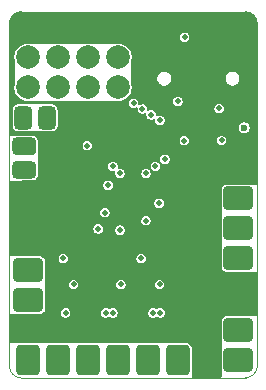
<source format=gbr>
%TF.GenerationSoftware,KiCad,Pcbnew,9.0.3-9.0.3-0~ubuntu24.04.1*%
%TF.CreationDate,2025-12-07T16:55:59+01:00*%
%TF.ProjectId,ant control board v2,616e7420-636f-46e7-9472-6f6c20626f61,2.1*%
%TF.SameCoordinates,Original*%
%TF.FileFunction,Copper,L2,Inr*%
%TF.FilePolarity,Positive*%
%FSLAX46Y46*%
G04 Gerber Fmt 4.6, Leading zero omitted, Abs format (unit mm)*
G04 Created by KiCad (PCBNEW 9.0.3-9.0.3-0~ubuntu24.04.1) date 2025-12-07 16:55:59*
%MOMM*%
%LPD*%
G01*
G04 APERTURE LIST*
G04 Aperture macros list*
%AMRoundRect*
0 Rectangle with rounded corners*
0 $1 Rounding radius*
0 $2 $3 $4 $5 $6 $7 $8 $9 X,Y pos of 4 corners*
0 Add a 4 corners polygon primitive as box body*
4,1,4,$2,$3,$4,$5,$6,$7,$8,$9,$2,$3,0*
0 Add four circle primitives for the rounded corners*
1,1,$1+$1,$2,$3*
1,1,$1+$1,$4,$5*
1,1,$1+$1,$6,$7*
1,1,$1+$1,$8,$9*
0 Add four rect primitives between the rounded corners*
20,1,$1+$1,$2,$3,$4,$5,0*
20,1,$1+$1,$4,$5,$6,$7,0*
20,1,$1+$1,$6,$7,$8,$9,0*
20,1,$1+$1,$8,$9,$2,$3,0*%
G04 Aperture macros list end*
%TA.AperFunction,ComponentPad*%
%ADD10C,0.500000*%
%TD*%
%TA.AperFunction,ComponentPad*%
%ADD11RoundRect,0.375000X0.375000X-0.625000X0.375000X0.625000X-0.375000X0.625000X-0.375000X-0.625000X0*%
%TD*%
%TA.AperFunction,ComponentPad*%
%ADD12RoundRect,0.300000X0.970000X-0.700000X0.970000X0.700000X-0.970000X0.700000X-0.970000X-0.700000X0*%
%TD*%
%TA.AperFunction,ComponentPad*%
%ADD13O,1.250000X2.500000*%
%TD*%
%TA.AperFunction,ComponentPad*%
%ADD14RoundRect,0.300000X-0.700000X-0.970000X0.700000X-0.970000X0.700000X0.970000X-0.700000X0.970000X0*%
%TD*%
%TA.AperFunction,ComponentPad*%
%ADD15C,2.000000*%
%TD*%
%TA.AperFunction,ComponentPad*%
%ADD16RoundRect,0.375000X0.625000X0.375000X-0.625000X0.375000X-0.625000X-0.375000X0.625000X-0.375000X0*%
%TD*%
%TA.AperFunction,ComponentPad*%
%ADD17RoundRect,0.300000X-0.970000X0.700000X-0.970000X-0.700000X0.970000X-0.700000X0.970000X0.700000X0*%
%TD*%
%TA.AperFunction,ViaPad*%
%ADD18C,0.500000*%
%TD*%
%TA.AperFunction,ViaPad*%
%ADD19C,0.600000*%
%TD*%
%TA.AperFunction,Profile*%
%ADD20C,0.050000*%
%TD*%
G04 APERTURE END LIST*
D10*
%TO.N,/MCU and RX/DIGITAL_AUX1*%
%TO.C,J10*%
X102647200Y-119711200D03*
X102640000Y-118300000D03*
D11*
X102190000Y-119000000D03*
D10*
X101732800Y-119711200D03*
X101732800Y-118288800D03*
%TO.N,/MCU and RX/DIGITAL_AUX2*%
X100654400Y-118300000D03*
X100640000Y-119700000D03*
D11*
X100190000Y-119000000D03*
D10*
X99740000Y-119700000D03*
X99740000Y-118300000D03*
%TD*%
%TO.N,/MCU and RX/SERVO1*%
%TO.C,J7*%
X99721000Y-135055000D03*
X101499000Y-135055000D03*
D12*
X100610000Y-134420000D03*
D10*
X99721000Y-133785000D03*
X101499000Y-133785000D03*
%TO.N,+BATT*%
X99721000Y-132515000D03*
X101499000Y-132515000D03*
D12*
X100610000Y-131880000D03*
D10*
X99721000Y-131245000D03*
X101499000Y-131245000D03*
%TO.N,GND*%
X99721000Y-129975000D03*
X101499000Y-129975000D03*
D12*
X100610000Y-129340000D03*
D10*
X99721000Y-128705000D03*
X101499000Y-128705000D03*
%TD*%
D13*
%TO.N,GND*%
%TO.C,J3*%
X119320000Y-116180000D03*
X119320000Y-112000000D03*
X110680000Y-116180000D03*
X110680000Y-112000000D03*
%TD*%
D10*
%TO.N,/DC Motors/M2+*%
%TO.C,J5*%
X105055000Y-138611000D03*
X105055000Y-140389000D03*
D14*
X105690000Y-139500000D03*
D10*
X106325000Y-138611000D03*
X106325000Y-140389000D03*
%TO.N,/DC Motors/M2-*%
X107595000Y-138611000D03*
X107595000Y-140389000D03*
D14*
X108230000Y-139500000D03*
D10*
X108865000Y-138611000D03*
X108865000Y-140389000D03*
%TD*%
%TO.N,/MCU and RX/SERVO2*%
%TO.C,J8*%
X117501000Y-140135000D03*
X119279000Y-140135000D03*
D12*
X118390000Y-139500000D03*
D10*
X117501000Y-138865000D03*
X119279000Y-138865000D03*
%TO.N,+BATT*%
X117501000Y-137595000D03*
X119279000Y-137595000D03*
D12*
X118390000Y-136960000D03*
D10*
X117501000Y-136325000D03*
X119279000Y-136325000D03*
%TO.N,GND*%
X117501000Y-135055000D03*
X119279000Y-135055000D03*
D12*
X118390000Y-134420000D03*
D10*
X117501000Y-133785000D03*
X119279000Y-133785000D03*
%TD*%
%TO.N,/DC Motors/M3+*%
%TO.C,J6*%
X110135000Y-138611000D03*
X110135000Y-140389000D03*
D14*
X110770000Y-139500000D03*
D10*
X111405000Y-138611000D03*
X111405000Y-140389000D03*
%TO.N,/DC Motors/M3-*%
X112675000Y-138611000D03*
X112675000Y-140389000D03*
D14*
X113310000Y-139500000D03*
D10*
X113945000Y-138611000D03*
X113945000Y-140389000D03*
%TD*%
D15*
%TO.N,GND*%
%TO.C,U7*%
X108203000Y-111337000D03*
%TO.N,+3V3*%
X108203000Y-113877000D03*
%TO.N,/MCU and RX/CH1_PPM*%
X108203000Y-116417000D03*
%TO.N,GND*%
X105663000Y-111337000D03*
%TO.N,+3V3*%
X105663000Y-113877000D03*
%TO.N,/MCU and RX/CH2*%
X105663000Y-116417000D03*
%TO.N,GND*%
X103123000Y-111337000D03*
%TO.N,+3V3*%
X103123000Y-113877000D03*
%TO.N,/MCU and RX/CH3*%
X103123000Y-116417000D03*
%TO.N,GND*%
X100583000Y-111337000D03*
%TO.N,+3V3*%
X100583000Y-113877000D03*
%TO.N,/MCU and RX/CH4*%
X100583000Y-116417000D03*
%TD*%
D10*
%TO.N,/DC Motors/M1+*%
%TO.C,J4*%
X99975000Y-138611000D03*
X99975000Y-140389000D03*
D14*
X100610000Y-139500000D03*
D10*
X101245000Y-138611000D03*
X101245000Y-140389000D03*
%TO.N,/DC Motors/M1-*%
X102515000Y-138611000D03*
X102515000Y-140389000D03*
D14*
X103150000Y-139500000D03*
D10*
X103785000Y-138611000D03*
X103785000Y-140389000D03*
%TD*%
%TO.N,+3V3*%
%TO.C,J9*%
X100981200Y-120940896D03*
X99570000Y-120948096D03*
D16*
X100270000Y-121398096D03*
D10*
X100981200Y-121855296D03*
X99558800Y-121855296D03*
%TO.N,Net-(J9-Pin_2)*%
X99570000Y-122933696D03*
X100970000Y-122948096D03*
D16*
X100270000Y-123398096D03*
D10*
X100970000Y-123848096D03*
X99570000Y-123848096D03*
%TO.N,GND*%
X99570000Y-124933696D03*
X100970000Y-124948096D03*
D16*
X100270000Y-125398096D03*
D10*
X100970000Y-125848096D03*
X99570000Y-125848096D03*
%TD*%
%TO.N,/Power/+SW*%
%TO.C,J1*%
X119279000Y-127705000D03*
X117501000Y-127705000D03*
D17*
X118390000Y-128340000D03*
D10*
X119279000Y-128975000D03*
X117501000Y-128975000D03*
%TO.N,+BATT*%
X119279000Y-130245000D03*
X117501000Y-130245000D03*
D17*
X118390000Y-130880000D03*
D10*
X119279000Y-131515000D03*
X117501000Y-131515000D03*
%TD*%
%TO.N,GND*%
%TO.C,J2*%
X119279000Y-122625000D03*
X117501000Y-122625000D03*
D17*
X118390000Y-123260000D03*
D10*
X119279000Y-123895000D03*
X117501000Y-123895000D03*
%TO.N,/Power/+SW*%
X119279000Y-125165000D03*
X117501000Y-125165000D03*
D17*
X118390000Y-125800000D03*
D10*
X119279000Y-126435000D03*
X117501000Y-126435000D03*
%TD*%
D18*
%TO.N,GND*%
X103708000Y-120137000D03*
%TO.N,+BATT*%
X107170000Y-135500000D03*
X111770000Y-135500000D03*
X103570000Y-130900000D03*
X103770000Y-135500000D03*
X107770000Y-135500000D03*
X111170000Y-135500000D03*
D19*
X118890000Y-119820000D03*
D18*
%TO.N,GND*%
X108370000Y-127700000D03*
X107270000Y-122500000D03*
X103400000Y-125200000D03*
X112475000Y-126013636D03*
X114770000Y-122450000D03*
X113020000Y-121250000D03*
D19*
X107190000Y-133100000D03*
D18*
X111135000Y-131015000D03*
D19*
X114570000Y-135450000D03*
X110270000Y-134700000D03*
X110970000Y-133100000D03*
D18*
X103770000Y-130130000D03*
%TO.N,+3V3*%
X108440000Y-133100000D03*
X107090000Y-127020000D03*
X116970000Y-120900000D03*
X111690000Y-126220000D03*
X105603000Y-121337000D03*
X113845000Y-112175000D03*
X113814641Y-120919880D03*
X104440000Y-133100000D03*
X110570000Y-127700000D03*
X111720000Y-133100000D03*
%TO.N,/MCU and RX/VBAT*%
X106530000Y-128390000D03*
%TO.N,Net-(J3-CC2)*%
X113270000Y-117600000D03*
%TO.N,Net-(J3-CC1)*%
X116770000Y-118200000D03*
%TO.N,/MCU and RX/SERVO1*%
X108370000Y-128500000D03*
%TO.N,/MCU and RX/SERVO2*%
X110170000Y-130900000D03*
%TO.N,/MCU and RX/UART2_RX*%
X111370000Y-123100000D03*
%TO.N,/MCU and RX/UART2_TX*%
X112170000Y-122500000D03*
%TO.N,/MCU and RX/BOOT0*%
X110570000Y-123700000D03*
X111753527Y-119206305D03*
%TO.N,/MCU and RX/I2C1_SDA*%
X107770000Y-123100000D03*
X107370000Y-124700000D03*
%TO.N,/MCU and RX/I2C1_SCL*%
X108370000Y-123700000D03*
%TO.N,/MCU and RX/CH4*%
X111020000Y-118750000D03*
%TO.N,/MCU and RX/CH2*%
X109520000Y-117750000D03*
%TO.N,/MCU and RX/CH3*%
X110270000Y-118250000D03*
%TD*%
%TA.AperFunction,Conductor*%
%TO.N,GND*%
G36*
X119004309Y-110000877D02*
G01*
X119152914Y-110013878D01*
X119163567Y-110015399D01*
X119195061Y-110021663D01*
X119201312Y-110023120D01*
X119328507Y-110057202D01*
X119340763Y-110061363D01*
X119359734Y-110069221D01*
X119363688Y-110070961D01*
X119491899Y-110130747D01*
X119506841Y-110139373D01*
X119635367Y-110229368D01*
X119648587Y-110240460D01*
X119759539Y-110351412D01*
X119770631Y-110364632D01*
X119860625Y-110493157D01*
X119869253Y-110508101D01*
X119929034Y-110636300D01*
X119930775Y-110640258D01*
X119938636Y-110659238D01*
X119942798Y-110671497D01*
X119976870Y-110798655D01*
X119978341Y-110804965D01*
X119984597Y-110836417D01*
X119986122Y-110847101D01*
X119999123Y-110995691D01*
X119999500Y-111004320D01*
X119999500Y-124551000D01*
X119980593Y-124609191D01*
X119931093Y-124645155D01*
X119900500Y-124650000D01*
X119424234Y-124650000D01*
X119414992Y-124649568D01*
X119414267Y-124649500D01*
X119414266Y-124649500D01*
X117365734Y-124649500D01*
X117365725Y-124649500D01*
X117335305Y-124652353D01*
X117335296Y-124652355D01*
X117207116Y-124697207D01*
X117097855Y-124777845D01*
X117097845Y-124777855D01*
X117017207Y-124887116D01*
X116972355Y-125015296D01*
X116972353Y-125015305D01*
X116969500Y-125045725D01*
X116969500Y-126554270D01*
X116969566Y-126554973D01*
X116970000Y-126564230D01*
X116970000Y-127575766D01*
X116969568Y-127585008D01*
X116969500Y-127585733D01*
X116969500Y-129094270D01*
X116969566Y-129094973D01*
X116970000Y-129104230D01*
X116970000Y-130115766D01*
X116969568Y-130125008D01*
X116969500Y-130125733D01*
X116969500Y-131634274D01*
X116972353Y-131664694D01*
X116972355Y-131664703D01*
X117017207Y-131792883D01*
X117097845Y-131902144D01*
X117097847Y-131902146D01*
X117097850Y-131902150D01*
X117097853Y-131902152D01*
X117097855Y-131902154D01*
X117207116Y-131982792D01*
X117207117Y-131982792D01*
X117207118Y-131982793D01*
X117335301Y-132027646D01*
X117365725Y-132030499D01*
X117365727Y-132030500D01*
X117365734Y-132030500D01*
X119414273Y-132030500D01*
X119414273Y-132030499D01*
X119444699Y-132027646D01*
X119444703Y-132027644D01*
X119446370Y-132027281D01*
X119467498Y-132025000D01*
X119900500Y-132025000D01*
X119958691Y-132043907D01*
X119994655Y-132093407D01*
X119999500Y-132124000D01*
X119999500Y-135711124D01*
X119980593Y-135769315D01*
X119931093Y-135805279D01*
X119900500Y-135810124D01*
X119425556Y-135810124D01*
X119416313Y-135809692D01*
X119414266Y-135809500D01*
X117365734Y-135809500D01*
X117365725Y-135809500D01*
X117335305Y-135812353D01*
X117335296Y-135812355D01*
X117207116Y-135857207D01*
X117097855Y-135937845D01*
X117097845Y-135937855D01*
X117017207Y-136047116D01*
X116972355Y-136175296D01*
X116972353Y-136175305D01*
X116969500Y-136205725D01*
X116969500Y-137714270D01*
X116969566Y-137714973D01*
X116970000Y-137724230D01*
X116970000Y-138735766D01*
X116969568Y-138745008D01*
X116969500Y-138745733D01*
X116969500Y-140254270D01*
X116969566Y-140254973D01*
X116970000Y-140264230D01*
X116970000Y-140900500D01*
X116951093Y-140958691D01*
X116901593Y-140994655D01*
X116871000Y-140999500D01*
X114558221Y-140999500D01*
X114500030Y-140980593D01*
X114464066Y-140931093D01*
X114459221Y-140900500D01*
X114459221Y-140542533D01*
X114459654Y-140533284D01*
X114460500Y-140524268D01*
X114460500Y-138475727D01*
X114460499Y-138475725D01*
X114457646Y-138445305D01*
X114457646Y-138445301D01*
X114412793Y-138317118D01*
X114395567Y-138293778D01*
X114332154Y-138207855D01*
X114332152Y-138207853D01*
X114332150Y-138207850D01*
X114332146Y-138207847D01*
X114332144Y-138207845D01*
X114222883Y-138127207D01*
X114094703Y-138082355D01*
X114094694Y-138082353D01*
X114064274Y-138079500D01*
X114064266Y-138079500D01*
X112555734Y-138079500D01*
X112555725Y-138079500D01*
X112525301Y-138082353D01*
X112519417Y-138083639D01*
X112519203Y-138082661D01*
X112496658Y-138086491D01*
X111583342Y-138086491D01*
X111560796Y-138082661D01*
X111560583Y-138083639D01*
X111554698Y-138082353D01*
X111524274Y-138079500D01*
X111524266Y-138079500D01*
X110015734Y-138079500D01*
X110015725Y-138079500D01*
X109985301Y-138082353D01*
X109979417Y-138083639D01*
X109979203Y-138082661D01*
X109956658Y-138086491D01*
X109043342Y-138086491D01*
X109020796Y-138082661D01*
X109020583Y-138083639D01*
X109014698Y-138082353D01*
X108984274Y-138079500D01*
X108984266Y-138079500D01*
X107475734Y-138079500D01*
X107475725Y-138079500D01*
X107445301Y-138082353D01*
X107439417Y-138083639D01*
X107439203Y-138082661D01*
X107416658Y-138086491D01*
X106503342Y-138086491D01*
X106480796Y-138082661D01*
X106480583Y-138083639D01*
X106474698Y-138082353D01*
X106444274Y-138079500D01*
X106444266Y-138079500D01*
X104935734Y-138079500D01*
X104935725Y-138079500D01*
X104903100Y-138082560D01*
X104893855Y-138082993D01*
X103946145Y-138082993D01*
X103936900Y-138082560D01*
X103904274Y-138079500D01*
X103904266Y-138079500D01*
X102395734Y-138079500D01*
X102395725Y-138079500D01*
X102363100Y-138082560D01*
X102353855Y-138082993D01*
X101406145Y-138082993D01*
X101396900Y-138082560D01*
X101364274Y-138079500D01*
X101364266Y-138079500D01*
X99855734Y-138079500D01*
X99839016Y-138081067D01*
X99830675Y-138081850D01*
X99821432Y-138082282D01*
X99099500Y-138082282D01*
X99041309Y-138063375D01*
X99005345Y-138013875D01*
X99000500Y-137983282D01*
X99000500Y-135674000D01*
X99019407Y-135615809D01*
X99068907Y-135579845D01*
X99099500Y-135575000D01*
X100318580Y-135575000D01*
X100325020Y-135571719D01*
X100340507Y-135570500D01*
X101634273Y-135570500D01*
X101634273Y-135570499D01*
X101664699Y-135567646D01*
X101792882Y-135522793D01*
X101895921Y-135446747D01*
X103365500Y-135446747D01*
X103365500Y-135553253D01*
X103382262Y-135615809D01*
X103393067Y-135656135D01*
X103446316Y-135748364D01*
X103446318Y-135748366D01*
X103446320Y-135748369D01*
X103521631Y-135823680D01*
X103521633Y-135823681D01*
X103521635Y-135823683D01*
X103613865Y-135876932D01*
X103613863Y-135876932D01*
X103613867Y-135876933D01*
X103613869Y-135876934D01*
X103716747Y-135904500D01*
X103716749Y-135904500D01*
X103823251Y-135904500D01*
X103823253Y-135904500D01*
X103926131Y-135876934D01*
X103926133Y-135876932D01*
X103926135Y-135876932D01*
X104018364Y-135823683D01*
X104018364Y-135823682D01*
X104018369Y-135823680D01*
X104093680Y-135748369D01*
X104115184Y-135711124D01*
X104146932Y-135656135D01*
X104146932Y-135656133D01*
X104146934Y-135656131D01*
X104174500Y-135553253D01*
X104174500Y-135446747D01*
X106765500Y-135446747D01*
X106765500Y-135553253D01*
X106782262Y-135615809D01*
X106793067Y-135656135D01*
X106846316Y-135748364D01*
X106846318Y-135748366D01*
X106846320Y-135748369D01*
X106921631Y-135823680D01*
X106921633Y-135823681D01*
X106921635Y-135823683D01*
X107013865Y-135876932D01*
X107013863Y-135876932D01*
X107013867Y-135876933D01*
X107013869Y-135876934D01*
X107116747Y-135904500D01*
X107116749Y-135904500D01*
X107223251Y-135904500D01*
X107223253Y-135904500D01*
X107326131Y-135876934D01*
X107418369Y-135823680D01*
X107418369Y-135823679D01*
X107420499Y-135822450D01*
X107480348Y-135809728D01*
X107519501Y-135822450D01*
X107521630Y-135823679D01*
X107521631Y-135823680D01*
X107613869Y-135876934D01*
X107716747Y-135904500D01*
X107716749Y-135904500D01*
X107823251Y-135904500D01*
X107823253Y-135904500D01*
X107926131Y-135876934D01*
X107926133Y-135876932D01*
X107926135Y-135876932D01*
X108018364Y-135823683D01*
X108018364Y-135823682D01*
X108018369Y-135823680D01*
X108093680Y-135748369D01*
X108115184Y-135711124D01*
X108146932Y-135656135D01*
X108146932Y-135656133D01*
X108146934Y-135656131D01*
X108174500Y-135553253D01*
X108174500Y-135446747D01*
X110765500Y-135446747D01*
X110765500Y-135553253D01*
X110782262Y-135615809D01*
X110793067Y-135656135D01*
X110846316Y-135748364D01*
X110846318Y-135748366D01*
X110846320Y-135748369D01*
X110921631Y-135823680D01*
X110921633Y-135823681D01*
X110921635Y-135823683D01*
X111013865Y-135876932D01*
X111013863Y-135876932D01*
X111013867Y-135876933D01*
X111013869Y-135876934D01*
X111116747Y-135904500D01*
X111116749Y-135904500D01*
X111223251Y-135904500D01*
X111223253Y-135904500D01*
X111326131Y-135876934D01*
X111418369Y-135823680D01*
X111418369Y-135823679D01*
X111420499Y-135822450D01*
X111480348Y-135809728D01*
X111519501Y-135822450D01*
X111521630Y-135823679D01*
X111521631Y-135823680D01*
X111613869Y-135876934D01*
X111716747Y-135904500D01*
X111716749Y-135904500D01*
X111823251Y-135904500D01*
X111823253Y-135904500D01*
X111926131Y-135876934D01*
X111926133Y-135876932D01*
X111926135Y-135876932D01*
X112018364Y-135823683D01*
X112018364Y-135823682D01*
X112018369Y-135823680D01*
X112093680Y-135748369D01*
X112115184Y-135711124D01*
X112146932Y-135656135D01*
X112146932Y-135656133D01*
X112146934Y-135656131D01*
X112174500Y-135553253D01*
X112174500Y-135446747D01*
X112146934Y-135343869D01*
X112146932Y-135343866D01*
X112146932Y-135343864D01*
X112093683Y-135251635D01*
X112093681Y-135251633D01*
X112093680Y-135251631D01*
X112018369Y-135176320D01*
X112018366Y-135176318D01*
X112018364Y-135176316D01*
X111926134Y-135123067D01*
X111926136Y-135123067D01*
X111886217Y-135112371D01*
X111823253Y-135095500D01*
X111716747Y-135095500D01*
X111665308Y-135109283D01*
X111613867Y-135123066D01*
X111519500Y-135177550D01*
X111459652Y-135190271D01*
X111420500Y-135177550D01*
X111326132Y-135123066D01*
X111291838Y-135113877D01*
X111223253Y-135095500D01*
X111116747Y-135095500D01*
X111053782Y-135112371D01*
X111013864Y-135123067D01*
X110921635Y-135176316D01*
X110846316Y-135251635D01*
X110793067Y-135343864D01*
X110793066Y-135343869D01*
X110765500Y-135446747D01*
X108174500Y-135446747D01*
X108146934Y-135343869D01*
X108146932Y-135343866D01*
X108146932Y-135343864D01*
X108093683Y-135251635D01*
X108093681Y-135251633D01*
X108093680Y-135251631D01*
X108018369Y-135176320D01*
X108018366Y-135176318D01*
X108018364Y-135176316D01*
X107926134Y-135123067D01*
X107926136Y-135123067D01*
X107886217Y-135112371D01*
X107823253Y-135095500D01*
X107716747Y-135095500D01*
X107665308Y-135109283D01*
X107613867Y-135123066D01*
X107519500Y-135177550D01*
X107459652Y-135190271D01*
X107420500Y-135177550D01*
X107326132Y-135123066D01*
X107291838Y-135113877D01*
X107223253Y-135095500D01*
X107116747Y-135095500D01*
X107053782Y-135112371D01*
X107013864Y-135123067D01*
X106921635Y-135176316D01*
X106846316Y-135251635D01*
X106793067Y-135343864D01*
X106793066Y-135343869D01*
X106765500Y-135446747D01*
X104174500Y-135446747D01*
X104146934Y-135343869D01*
X104146932Y-135343866D01*
X104146932Y-135343864D01*
X104093683Y-135251635D01*
X104093681Y-135251633D01*
X104093680Y-135251631D01*
X104018369Y-135176320D01*
X104018366Y-135176318D01*
X104018364Y-135176316D01*
X103926134Y-135123067D01*
X103926136Y-135123067D01*
X103886217Y-135112371D01*
X103823253Y-135095500D01*
X103716747Y-135095500D01*
X103653782Y-135112371D01*
X103613864Y-135123067D01*
X103521635Y-135176316D01*
X103446316Y-135251635D01*
X103393067Y-135343864D01*
X103393066Y-135343869D01*
X103365500Y-135446747D01*
X101895921Y-135446747D01*
X101902150Y-135442150D01*
X101982793Y-135332882D01*
X102027646Y-135204699D01*
X102030499Y-135174273D01*
X102030500Y-135174273D01*
X102030500Y-133665727D01*
X102030499Y-133665725D01*
X102027646Y-133635301D01*
X102025555Y-133629324D01*
X102020000Y-133596629D01*
X102020000Y-133046747D01*
X104035500Y-133046747D01*
X104035500Y-133153253D01*
X104059810Y-133243980D01*
X104063067Y-133256135D01*
X104116316Y-133348364D01*
X104116318Y-133348366D01*
X104116320Y-133348369D01*
X104191631Y-133423680D01*
X104191633Y-133423681D01*
X104191635Y-133423683D01*
X104283865Y-133476932D01*
X104283863Y-133476932D01*
X104283867Y-133476933D01*
X104283869Y-133476934D01*
X104386747Y-133504500D01*
X104386749Y-133504500D01*
X104493251Y-133504500D01*
X104493253Y-133504500D01*
X104596131Y-133476934D01*
X104596133Y-133476932D01*
X104596135Y-133476932D01*
X104688364Y-133423683D01*
X104688364Y-133423682D01*
X104688369Y-133423680D01*
X104763680Y-133348369D01*
X104807568Y-133272353D01*
X104816932Y-133256135D01*
X104816932Y-133256133D01*
X104816934Y-133256131D01*
X104844500Y-133153253D01*
X104844500Y-133046747D01*
X108035500Y-133046747D01*
X108035500Y-133153253D01*
X108059810Y-133243980D01*
X108063067Y-133256135D01*
X108116316Y-133348364D01*
X108116318Y-133348366D01*
X108116320Y-133348369D01*
X108191631Y-133423680D01*
X108191633Y-133423681D01*
X108191635Y-133423683D01*
X108283865Y-133476932D01*
X108283863Y-133476932D01*
X108283867Y-133476933D01*
X108283869Y-133476934D01*
X108386747Y-133504500D01*
X108386749Y-133504500D01*
X108493251Y-133504500D01*
X108493253Y-133504500D01*
X108596131Y-133476934D01*
X108596133Y-133476932D01*
X108596135Y-133476932D01*
X108688364Y-133423683D01*
X108688364Y-133423682D01*
X108688369Y-133423680D01*
X108763680Y-133348369D01*
X108807568Y-133272353D01*
X108816932Y-133256135D01*
X108816932Y-133256133D01*
X108816934Y-133256131D01*
X108844500Y-133153253D01*
X108844500Y-133046747D01*
X111315500Y-133046747D01*
X111315500Y-133153253D01*
X111339810Y-133243980D01*
X111343067Y-133256135D01*
X111396316Y-133348364D01*
X111396318Y-133348366D01*
X111396320Y-133348369D01*
X111471631Y-133423680D01*
X111471633Y-133423681D01*
X111471635Y-133423683D01*
X111563865Y-133476932D01*
X111563863Y-133476932D01*
X111563867Y-133476933D01*
X111563869Y-133476934D01*
X111666747Y-133504500D01*
X111666749Y-133504500D01*
X111773251Y-133504500D01*
X111773253Y-133504500D01*
X111876131Y-133476934D01*
X111876133Y-133476932D01*
X111876135Y-133476932D01*
X111968364Y-133423683D01*
X111968364Y-133423682D01*
X111968369Y-133423680D01*
X112043680Y-133348369D01*
X112087568Y-133272353D01*
X112096932Y-133256135D01*
X112096932Y-133256133D01*
X112096934Y-133256131D01*
X112124500Y-133153253D01*
X112124500Y-133046747D01*
X112096934Y-132943869D01*
X112096932Y-132943866D01*
X112096932Y-132943864D01*
X112043683Y-132851635D01*
X112043681Y-132851633D01*
X112043680Y-132851631D01*
X111968369Y-132776320D01*
X111968366Y-132776318D01*
X111968364Y-132776316D01*
X111876134Y-132723067D01*
X111876136Y-132723067D01*
X111836217Y-132712371D01*
X111773253Y-132695500D01*
X111666747Y-132695500D01*
X111603782Y-132712371D01*
X111563864Y-132723067D01*
X111471635Y-132776316D01*
X111396316Y-132851635D01*
X111343067Y-132943864D01*
X111343066Y-132943869D01*
X111315500Y-133046747D01*
X108844500Y-133046747D01*
X108816934Y-132943869D01*
X108816932Y-132943866D01*
X108816932Y-132943864D01*
X108763683Y-132851635D01*
X108763681Y-132851633D01*
X108763680Y-132851631D01*
X108688369Y-132776320D01*
X108688366Y-132776318D01*
X108688364Y-132776316D01*
X108596134Y-132723067D01*
X108596136Y-132723067D01*
X108556217Y-132712371D01*
X108493253Y-132695500D01*
X108386747Y-132695500D01*
X108323782Y-132712371D01*
X108283864Y-132723067D01*
X108191635Y-132776316D01*
X108116316Y-132851635D01*
X108063067Y-132943864D01*
X108063066Y-132943869D01*
X108035500Y-133046747D01*
X104844500Y-133046747D01*
X104816934Y-132943869D01*
X104816932Y-132943866D01*
X104816932Y-132943864D01*
X104763683Y-132851635D01*
X104763681Y-132851633D01*
X104763680Y-132851631D01*
X104688369Y-132776320D01*
X104688366Y-132776318D01*
X104688364Y-132776316D01*
X104596134Y-132723067D01*
X104596136Y-132723067D01*
X104556217Y-132712371D01*
X104493253Y-132695500D01*
X104386747Y-132695500D01*
X104323782Y-132712371D01*
X104283864Y-132723067D01*
X104191635Y-132776316D01*
X104116316Y-132851635D01*
X104063067Y-132943864D01*
X104063066Y-132943869D01*
X104035500Y-133046747D01*
X102020000Y-133046747D01*
X102020000Y-132703370D01*
X102025555Y-132670673D01*
X102027646Y-132664699D01*
X102030499Y-132634273D01*
X102030500Y-132634273D01*
X102030500Y-131125727D01*
X102030499Y-131125725D01*
X102027646Y-131095305D01*
X102027646Y-131095301D01*
X101982793Y-130967118D01*
X101972560Y-130953253D01*
X101932554Y-130899046D01*
X101902153Y-130857854D01*
X101902152Y-130857853D01*
X101902150Y-130857850D01*
X101902146Y-130857847D01*
X101902144Y-130857845D01*
X101887107Y-130846747D01*
X103165500Y-130846747D01*
X103165500Y-130953253D01*
X103189810Y-131043980D01*
X103193067Y-131056135D01*
X103246316Y-131148364D01*
X103246318Y-131148366D01*
X103246320Y-131148369D01*
X103321631Y-131223680D01*
X103321633Y-131223681D01*
X103321635Y-131223683D01*
X103413865Y-131276932D01*
X103413863Y-131276932D01*
X103413867Y-131276933D01*
X103413869Y-131276934D01*
X103516747Y-131304500D01*
X103516749Y-131304500D01*
X103623251Y-131304500D01*
X103623253Y-131304500D01*
X103726131Y-131276934D01*
X103726133Y-131276932D01*
X103726135Y-131276932D01*
X103818364Y-131223683D01*
X103818364Y-131223682D01*
X103818369Y-131223680D01*
X103893680Y-131148369D01*
X103893683Y-131148364D01*
X103946932Y-131056135D01*
X103946932Y-131056133D01*
X103946934Y-131056131D01*
X103974500Y-130953253D01*
X103974500Y-130846747D01*
X109765500Y-130846747D01*
X109765500Y-130953253D01*
X109789810Y-131043980D01*
X109793067Y-131056135D01*
X109846316Y-131148364D01*
X109846318Y-131148366D01*
X109846320Y-131148369D01*
X109921631Y-131223680D01*
X109921633Y-131223681D01*
X109921635Y-131223683D01*
X110013865Y-131276932D01*
X110013863Y-131276932D01*
X110013867Y-131276933D01*
X110013869Y-131276934D01*
X110116747Y-131304500D01*
X110116749Y-131304500D01*
X110223251Y-131304500D01*
X110223253Y-131304500D01*
X110326131Y-131276934D01*
X110326133Y-131276932D01*
X110326135Y-131276932D01*
X110418364Y-131223683D01*
X110418364Y-131223682D01*
X110418369Y-131223680D01*
X110493680Y-131148369D01*
X110493683Y-131148364D01*
X110546932Y-131056135D01*
X110546932Y-131056133D01*
X110546934Y-131056131D01*
X110574500Y-130953253D01*
X110574500Y-130846747D01*
X110546934Y-130743869D01*
X110546932Y-130743866D01*
X110546932Y-130743864D01*
X110493683Y-130651635D01*
X110493681Y-130651633D01*
X110493680Y-130651631D01*
X110418369Y-130576320D01*
X110418366Y-130576318D01*
X110418364Y-130576316D01*
X110326134Y-130523067D01*
X110326136Y-130523067D01*
X110286217Y-130512371D01*
X110223253Y-130495500D01*
X110116747Y-130495500D01*
X110053782Y-130512371D01*
X110013864Y-130523067D01*
X109921635Y-130576316D01*
X109846316Y-130651635D01*
X109793067Y-130743864D01*
X109793066Y-130743869D01*
X109765500Y-130846747D01*
X103974500Y-130846747D01*
X103946934Y-130743869D01*
X103946932Y-130743866D01*
X103946932Y-130743864D01*
X103893683Y-130651635D01*
X103893681Y-130651633D01*
X103893680Y-130651631D01*
X103818369Y-130576320D01*
X103818366Y-130576318D01*
X103818364Y-130576316D01*
X103726134Y-130523067D01*
X103726136Y-130523067D01*
X103686217Y-130512371D01*
X103623253Y-130495500D01*
X103516747Y-130495500D01*
X103453782Y-130512371D01*
X103413864Y-130523067D01*
X103321635Y-130576316D01*
X103246316Y-130651635D01*
X103193067Y-130743864D01*
X103193066Y-130743869D01*
X103165500Y-130846747D01*
X101887107Y-130846747D01*
X101792883Y-130777207D01*
X101664703Y-130732355D01*
X101664694Y-130732353D01*
X101634274Y-130729500D01*
X101634266Y-130729500D01*
X100290507Y-130729500D01*
X100276657Y-130725000D01*
X100245000Y-130725000D01*
X99099500Y-130725000D01*
X99041309Y-130706093D01*
X99005345Y-130656593D01*
X99000500Y-130626000D01*
X99000500Y-128336747D01*
X106125500Y-128336747D01*
X106125500Y-128443253D01*
X106149810Y-128533980D01*
X106153067Y-128546135D01*
X106206316Y-128638364D01*
X106206318Y-128638366D01*
X106206320Y-128638369D01*
X106281631Y-128713680D01*
X106281633Y-128713681D01*
X106281635Y-128713683D01*
X106373865Y-128766932D01*
X106373863Y-128766932D01*
X106373867Y-128766933D01*
X106373869Y-128766934D01*
X106476747Y-128794500D01*
X106476749Y-128794500D01*
X106583251Y-128794500D01*
X106583253Y-128794500D01*
X106686131Y-128766934D01*
X106686133Y-128766932D01*
X106686135Y-128766932D01*
X106778364Y-128713683D01*
X106778364Y-128713682D01*
X106778369Y-128713680D01*
X106853680Y-128638369D01*
X106902822Y-128553253D01*
X106906932Y-128546135D01*
X106906932Y-128546133D01*
X106906934Y-128546131D01*
X106933564Y-128446747D01*
X107965500Y-128446747D01*
X107965500Y-128553253D01*
X107988305Y-128638364D01*
X107993067Y-128656135D01*
X108046316Y-128748364D01*
X108046318Y-128748366D01*
X108046320Y-128748369D01*
X108121631Y-128823680D01*
X108121633Y-128823681D01*
X108121635Y-128823683D01*
X108213865Y-128876932D01*
X108213863Y-128876932D01*
X108213867Y-128876933D01*
X108213869Y-128876934D01*
X108316747Y-128904500D01*
X108316749Y-128904500D01*
X108423251Y-128904500D01*
X108423253Y-128904500D01*
X108526131Y-128876934D01*
X108526133Y-128876932D01*
X108526135Y-128876932D01*
X108618364Y-128823683D01*
X108618364Y-128823682D01*
X108618369Y-128823680D01*
X108693680Y-128748369D01*
X108746934Y-128656131D01*
X108774500Y-128553253D01*
X108774500Y-128446747D01*
X108746934Y-128343869D01*
X108746932Y-128343866D01*
X108746932Y-128343864D01*
X108693683Y-128251635D01*
X108693681Y-128251633D01*
X108693680Y-128251631D01*
X108618369Y-128176320D01*
X108618366Y-128176318D01*
X108618364Y-128176316D01*
X108526134Y-128123067D01*
X108526136Y-128123067D01*
X108486217Y-128112371D01*
X108423253Y-128095500D01*
X108316747Y-128095500D01*
X108253782Y-128112371D01*
X108213864Y-128123067D01*
X108121635Y-128176316D01*
X108046316Y-128251635D01*
X107993067Y-128343864D01*
X107993066Y-128343869D01*
X107965500Y-128446747D01*
X106933564Y-128446747D01*
X106934500Y-128443253D01*
X106934500Y-128336747D01*
X106906934Y-128233869D01*
X106906932Y-128233866D01*
X106906932Y-128233864D01*
X106853683Y-128141635D01*
X106853681Y-128141633D01*
X106853680Y-128141631D01*
X106778369Y-128066320D01*
X106778366Y-128066318D01*
X106778364Y-128066316D01*
X106686134Y-128013067D01*
X106686136Y-128013067D01*
X106646217Y-128002371D01*
X106583253Y-127985500D01*
X106476747Y-127985500D01*
X106413782Y-128002371D01*
X106373864Y-128013067D01*
X106281635Y-128066316D01*
X106206316Y-128141635D01*
X106153067Y-128233864D01*
X106137655Y-128291383D01*
X106125500Y-128336747D01*
X99000500Y-128336747D01*
X99000500Y-127646747D01*
X110165500Y-127646747D01*
X110165500Y-127753253D01*
X110189810Y-127843980D01*
X110193067Y-127856135D01*
X110246316Y-127948364D01*
X110246318Y-127948366D01*
X110246320Y-127948369D01*
X110321631Y-128023680D01*
X110321633Y-128023681D01*
X110321635Y-128023683D01*
X110413865Y-128076932D01*
X110413863Y-128076932D01*
X110413867Y-128076933D01*
X110413869Y-128076934D01*
X110516747Y-128104500D01*
X110516749Y-128104500D01*
X110623251Y-128104500D01*
X110623253Y-128104500D01*
X110726131Y-128076934D01*
X110726133Y-128076932D01*
X110726135Y-128076932D01*
X110818364Y-128023683D01*
X110818364Y-128023682D01*
X110818369Y-128023680D01*
X110893680Y-127948369D01*
X110946934Y-127856131D01*
X110974500Y-127753253D01*
X110974500Y-127646747D01*
X110946934Y-127543869D01*
X110946932Y-127543866D01*
X110946932Y-127543864D01*
X110893683Y-127451635D01*
X110893681Y-127451633D01*
X110893680Y-127451631D01*
X110818369Y-127376320D01*
X110818366Y-127376318D01*
X110818364Y-127376316D01*
X110726134Y-127323067D01*
X110726136Y-127323067D01*
X110686217Y-127312371D01*
X110623253Y-127295500D01*
X110516747Y-127295500D01*
X110453782Y-127312371D01*
X110413864Y-127323067D01*
X110321635Y-127376316D01*
X110246316Y-127451635D01*
X110193067Y-127543864D01*
X110193066Y-127543869D01*
X110165500Y-127646747D01*
X99000500Y-127646747D01*
X99000500Y-126966747D01*
X106685500Y-126966747D01*
X106685500Y-127073253D01*
X106708183Y-127157907D01*
X106713067Y-127176135D01*
X106766316Y-127268364D01*
X106766318Y-127268366D01*
X106766320Y-127268369D01*
X106841631Y-127343680D01*
X106841633Y-127343681D01*
X106841635Y-127343683D01*
X106933865Y-127396932D01*
X106933863Y-127396932D01*
X106933867Y-127396933D01*
X106933869Y-127396934D01*
X107036747Y-127424500D01*
X107036749Y-127424500D01*
X107143251Y-127424500D01*
X107143253Y-127424500D01*
X107246131Y-127396934D01*
X107246133Y-127396932D01*
X107246135Y-127396932D01*
X107338364Y-127343683D01*
X107338364Y-127343682D01*
X107338369Y-127343680D01*
X107413680Y-127268369D01*
X107457568Y-127192353D01*
X107466932Y-127176135D01*
X107466932Y-127176133D01*
X107466934Y-127176131D01*
X107494500Y-127073253D01*
X107494500Y-126966747D01*
X107466934Y-126863869D01*
X107466932Y-126863866D01*
X107466932Y-126863864D01*
X107413683Y-126771635D01*
X107413681Y-126771633D01*
X107413680Y-126771631D01*
X107338369Y-126696320D01*
X107338366Y-126696318D01*
X107338364Y-126696316D01*
X107246134Y-126643067D01*
X107246136Y-126643067D01*
X107206217Y-126632371D01*
X107143253Y-126615500D01*
X107036747Y-126615500D01*
X106973782Y-126632371D01*
X106933864Y-126643067D01*
X106841635Y-126696316D01*
X106766316Y-126771635D01*
X106713067Y-126863864D01*
X106713066Y-126863869D01*
X106685500Y-126966747D01*
X99000500Y-126966747D01*
X99000500Y-126166747D01*
X111285500Y-126166747D01*
X111285500Y-126273253D01*
X111309810Y-126363980D01*
X111313067Y-126376135D01*
X111366316Y-126468364D01*
X111366318Y-126468366D01*
X111366320Y-126468369D01*
X111441631Y-126543680D01*
X111441633Y-126543681D01*
X111441635Y-126543683D01*
X111533865Y-126596932D01*
X111533863Y-126596932D01*
X111533867Y-126596933D01*
X111533869Y-126596934D01*
X111636747Y-126624500D01*
X111636749Y-126624500D01*
X111743251Y-126624500D01*
X111743253Y-126624500D01*
X111846131Y-126596934D01*
X111846133Y-126596932D01*
X111846135Y-126596932D01*
X111938364Y-126543683D01*
X111938364Y-126543682D01*
X111938369Y-126543680D01*
X112013680Y-126468369D01*
X112066934Y-126376131D01*
X112094500Y-126273253D01*
X112094500Y-126166747D01*
X112066934Y-126063869D01*
X112066932Y-126063866D01*
X112066932Y-126063864D01*
X112013683Y-125971635D01*
X112013681Y-125971633D01*
X112013680Y-125971631D01*
X111938369Y-125896320D01*
X111938366Y-125896318D01*
X111938364Y-125896316D01*
X111846134Y-125843067D01*
X111846136Y-125843067D01*
X111806217Y-125832371D01*
X111743253Y-125815500D01*
X111636747Y-125815500D01*
X111573782Y-125832371D01*
X111533864Y-125843067D01*
X111441635Y-125896316D01*
X111366316Y-125971635D01*
X111313067Y-126063864D01*
X111313066Y-126063869D01*
X111285500Y-126166747D01*
X99000500Y-126166747D01*
X99000500Y-124646747D01*
X106965500Y-124646747D01*
X106965500Y-124753253D01*
X106972091Y-124777850D01*
X106993067Y-124856135D01*
X107046316Y-124948364D01*
X107046318Y-124948366D01*
X107046320Y-124948369D01*
X107121631Y-125023680D01*
X107121633Y-125023681D01*
X107121635Y-125023683D01*
X107213865Y-125076932D01*
X107213863Y-125076932D01*
X107213867Y-125076933D01*
X107213869Y-125076934D01*
X107316747Y-125104500D01*
X107316749Y-125104500D01*
X107423251Y-125104500D01*
X107423253Y-125104500D01*
X107526131Y-125076934D01*
X107526133Y-125076932D01*
X107526135Y-125076932D01*
X107618364Y-125023683D01*
X107618364Y-125023682D01*
X107618369Y-125023680D01*
X107693680Y-124948369D01*
X107746934Y-124856131D01*
X107774500Y-124753253D01*
X107774500Y-124646747D01*
X107746934Y-124543869D01*
X107746932Y-124543866D01*
X107746932Y-124543864D01*
X107693683Y-124451635D01*
X107693681Y-124451633D01*
X107693680Y-124451631D01*
X107618369Y-124376320D01*
X107618366Y-124376318D01*
X107618364Y-124376316D01*
X107526134Y-124323067D01*
X107526136Y-124323067D01*
X107486217Y-124312371D01*
X107423253Y-124295500D01*
X107316747Y-124295500D01*
X107253782Y-124312371D01*
X107213864Y-124323067D01*
X107121635Y-124376316D01*
X107046316Y-124451635D01*
X106993067Y-124543864D01*
X106993066Y-124543869D01*
X106965500Y-124646747D01*
X99000500Y-124646747D01*
X99000500Y-124399000D01*
X99019407Y-124340809D01*
X99068907Y-124304845D01*
X99099500Y-124300000D01*
X100046561Y-124300000D01*
X100046924Y-124299815D01*
X100062411Y-124298596D01*
X100936142Y-124298596D01*
X100936144Y-124298596D01*
X101020590Y-124288455D01*
X101154975Y-124235460D01*
X101270078Y-124148174D01*
X101357364Y-124033071D01*
X101410359Y-123898686D01*
X101420500Y-123814240D01*
X101420500Y-123046747D01*
X107365500Y-123046747D01*
X107365500Y-123153253D01*
X107373185Y-123181934D01*
X107393067Y-123256135D01*
X107446316Y-123348364D01*
X107446318Y-123348366D01*
X107446320Y-123348369D01*
X107521631Y-123423680D01*
X107521633Y-123423681D01*
X107521635Y-123423683D01*
X107613865Y-123476932D01*
X107613863Y-123476932D01*
X107613867Y-123476933D01*
X107613869Y-123476934D01*
X107716747Y-123504500D01*
X107716749Y-123504500D01*
X107823252Y-123504500D01*
X107823253Y-123504500D01*
X107851937Y-123496814D01*
X107913035Y-123500015D01*
X107960586Y-123538519D01*
X107976423Y-123597619D01*
X107973185Y-123618062D01*
X107965500Y-123646747D01*
X107965500Y-123753253D01*
X107989810Y-123843980D01*
X107993067Y-123856135D01*
X108046316Y-123948364D01*
X108046318Y-123948366D01*
X108046320Y-123948369D01*
X108121631Y-124023680D01*
X108121633Y-124023681D01*
X108121635Y-124023683D01*
X108213865Y-124076932D01*
X108213863Y-124076932D01*
X108213867Y-124076933D01*
X108213869Y-124076934D01*
X108316747Y-124104500D01*
X108316749Y-124104500D01*
X108423251Y-124104500D01*
X108423253Y-124104500D01*
X108526131Y-124076934D01*
X108526133Y-124076932D01*
X108526135Y-124076932D01*
X108618364Y-124023683D01*
X108618364Y-124023682D01*
X108618369Y-124023680D01*
X108693680Y-123948369D01*
X108746934Y-123856131D01*
X108774500Y-123753253D01*
X108774500Y-123646747D01*
X110165500Y-123646747D01*
X110165500Y-123753253D01*
X110189810Y-123843980D01*
X110193067Y-123856135D01*
X110246316Y-123948364D01*
X110246318Y-123948366D01*
X110246320Y-123948369D01*
X110321631Y-124023680D01*
X110321633Y-124023681D01*
X110321635Y-124023683D01*
X110413865Y-124076932D01*
X110413863Y-124076932D01*
X110413867Y-124076933D01*
X110413869Y-124076934D01*
X110516747Y-124104500D01*
X110516749Y-124104500D01*
X110623251Y-124104500D01*
X110623253Y-124104500D01*
X110726131Y-124076934D01*
X110726133Y-124076932D01*
X110726135Y-124076932D01*
X110818364Y-124023683D01*
X110818364Y-124023682D01*
X110818369Y-124023680D01*
X110893680Y-123948369D01*
X110946934Y-123856131D01*
X110974500Y-123753253D01*
X110974500Y-123646747D01*
X110946934Y-123543869D01*
X110893680Y-123451631D01*
X110818369Y-123376320D01*
X110818366Y-123376318D01*
X110818364Y-123376316D01*
X110726134Y-123323067D01*
X110726136Y-123323067D01*
X110686217Y-123312371D01*
X110623253Y-123295500D01*
X110516747Y-123295500D01*
X110453782Y-123312371D01*
X110413864Y-123323067D01*
X110321635Y-123376316D01*
X110246316Y-123451635D01*
X110193067Y-123543864D01*
X110193066Y-123543869D01*
X110165500Y-123646747D01*
X108774500Y-123646747D01*
X108746934Y-123543869D01*
X108746932Y-123543866D01*
X108746932Y-123543864D01*
X108693683Y-123451635D01*
X108693681Y-123451633D01*
X108693680Y-123451631D01*
X108618369Y-123376320D01*
X108618366Y-123376318D01*
X108618364Y-123376316D01*
X108526134Y-123323067D01*
X108526136Y-123323067D01*
X108486217Y-123312371D01*
X108423253Y-123295500D01*
X108316747Y-123295500D01*
X108288062Y-123303186D01*
X108226961Y-123299983D01*
X108179411Y-123261477D01*
X108163576Y-123202377D01*
X108166812Y-123181942D01*
X108174500Y-123153253D01*
X108174500Y-123046747D01*
X110965500Y-123046747D01*
X110965500Y-123153253D01*
X110973185Y-123181934D01*
X110993067Y-123256135D01*
X111016952Y-123297504D01*
X111016955Y-123297509D01*
X111046320Y-123348369D01*
X111121631Y-123423680D01*
X111121633Y-123423681D01*
X111121635Y-123423683D01*
X111213865Y-123476932D01*
X111213863Y-123476932D01*
X111213867Y-123476933D01*
X111213869Y-123476934D01*
X111316747Y-123504500D01*
X111316749Y-123504500D01*
X111423251Y-123504500D01*
X111423253Y-123504500D01*
X111526131Y-123476934D01*
X111526133Y-123476932D01*
X111526135Y-123476932D01*
X111618364Y-123423683D01*
X111618364Y-123423682D01*
X111618369Y-123423680D01*
X111693680Y-123348369D01*
X111724204Y-123295500D01*
X111746932Y-123256135D01*
X111746932Y-123256133D01*
X111746934Y-123256131D01*
X111774500Y-123153253D01*
X111774500Y-123046747D01*
X111746934Y-122943869D01*
X111693680Y-122851631D01*
X111618369Y-122776320D01*
X111618366Y-122776318D01*
X111618364Y-122776316D01*
X111526134Y-122723067D01*
X111526136Y-122723067D01*
X111473572Y-122708983D01*
X111423253Y-122695500D01*
X111316747Y-122695500D01*
X111266428Y-122708983D01*
X111213864Y-122723067D01*
X111121635Y-122776316D01*
X111046316Y-122851635D01*
X110993067Y-122943864D01*
X110982862Y-122981952D01*
X110965500Y-123046747D01*
X108174500Y-123046747D01*
X108146934Y-122943869D01*
X108146932Y-122943866D01*
X108146932Y-122943864D01*
X108093683Y-122851635D01*
X108093681Y-122851633D01*
X108093680Y-122851631D01*
X108018369Y-122776320D01*
X108018366Y-122776318D01*
X108018364Y-122776316D01*
X107926134Y-122723067D01*
X107926136Y-122723067D01*
X107873572Y-122708983D01*
X107823253Y-122695500D01*
X107716747Y-122695500D01*
X107666428Y-122708983D01*
X107613864Y-122723067D01*
X107521635Y-122776316D01*
X107446316Y-122851635D01*
X107393067Y-122943864D01*
X107382862Y-122981952D01*
X107365500Y-123046747D01*
X101420500Y-123046747D01*
X101420500Y-122981952D01*
X101419463Y-122973317D01*
X101419384Y-122968151D01*
X101420044Y-122966007D01*
X101420000Y-122966007D01*
X101420000Y-122446747D01*
X111765500Y-122446747D01*
X111765500Y-122553253D01*
X111767504Y-122560732D01*
X111793067Y-122656135D01*
X111816952Y-122697504D01*
X111816955Y-122697509D01*
X111846320Y-122748369D01*
X111921631Y-122823680D01*
X111921633Y-122823681D01*
X111921635Y-122823683D01*
X112013865Y-122876932D01*
X112013863Y-122876932D01*
X112013867Y-122876933D01*
X112013869Y-122876934D01*
X112116747Y-122904500D01*
X112116749Y-122904500D01*
X112223251Y-122904500D01*
X112223253Y-122904500D01*
X112326131Y-122876934D01*
X112326133Y-122876932D01*
X112326135Y-122876932D01*
X112418364Y-122823683D01*
X112418364Y-122823682D01*
X112418369Y-122823680D01*
X112493680Y-122748369D01*
X112546934Y-122656131D01*
X112574500Y-122553253D01*
X112574500Y-122446747D01*
X112546934Y-122343869D01*
X112546932Y-122343866D01*
X112546932Y-122343864D01*
X112493683Y-122251635D01*
X112493681Y-122251633D01*
X112493680Y-122251631D01*
X112418369Y-122176320D01*
X112418366Y-122176318D01*
X112418364Y-122176316D01*
X112326134Y-122123067D01*
X112326136Y-122123067D01*
X112286217Y-122112371D01*
X112223253Y-122095500D01*
X112116747Y-122095500D01*
X112053782Y-122112371D01*
X112013864Y-122123067D01*
X111921635Y-122176316D01*
X111846316Y-122251635D01*
X111793067Y-122343864D01*
X111793066Y-122343869D01*
X111765500Y-122446747D01*
X101420000Y-122446747D01*
X101420000Y-121824324D01*
X101420426Y-121817192D01*
X101420323Y-121817186D01*
X101420500Y-121814232D01*
X101420500Y-121283747D01*
X105198500Y-121283747D01*
X105198500Y-121390253D01*
X105222810Y-121480980D01*
X105226067Y-121493135D01*
X105279316Y-121585364D01*
X105279318Y-121585366D01*
X105279320Y-121585369D01*
X105354631Y-121660680D01*
X105354633Y-121660681D01*
X105354635Y-121660683D01*
X105446865Y-121713932D01*
X105446863Y-121713932D01*
X105446867Y-121713933D01*
X105446869Y-121713934D01*
X105549747Y-121741500D01*
X105549749Y-121741500D01*
X105656251Y-121741500D01*
X105656253Y-121741500D01*
X105759131Y-121713934D01*
X105759133Y-121713932D01*
X105759135Y-121713932D01*
X105851364Y-121660683D01*
X105851364Y-121660682D01*
X105851369Y-121660680D01*
X105926680Y-121585369D01*
X105979934Y-121493131D01*
X106007500Y-121390253D01*
X106007500Y-121283747D01*
X105979934Y-121180869D01*
X105979932Y-121180866D01*
X105979932Y-121180864D01*
X105926683Y-121088635D01*
X105926681Y-121088633D01*
X105926680Y-121088631D01*
X105851369Y-121013320D01*
X105851366Y-121013318D01*
X105851364Y-121013316D01*
X105759136Y-120960068D01*
X105759133Y-120960067D01*
X105759131Y-120960066D01*
X105733704Y-120953253D01*
X105730861Y-120952491D01*
X105656253Y-120932500D01*
X105549747Y-120932500D01*
X105486782Y-120949371D01*
X105446864Y-120960067D01*
X105354635Y-121013316D01*
X105279316Y-121088635D01*
X105226067Y-121180864D01*
X105226066Y-121180869D01*
X105198500Y-121283747D01*
X101420500Y-121283747D01*
X101420500Y-120981953D01*
X101420499Y-120981947D01*
X101419441Y-120973133D01*
X101410359Y-120897506D01*
X101398182Y-120866627D01*
X113410141Y-120866627D01*
X113410141Y-120973133D01*
X113420908Y-121013316D01*
X113437708Y-121076015D01*
X113490957Y-121168244D01*
X113490959Y-121168246D01*
X113490961Y-121168249D01*
X113566272Y-121243560D01*
X113566274Y-121243561D01*
X113566276Y-121243563D01*
X113658506Y-121296812D01*
X113658504Y-121296812D01*
X113658508Y-121296813D01*
X113658510Y-121296814D01*
X113761388Y-121324380D01*
X113761390Y-121324380D01*
X113867892Y-121324380D01*
X113867894Y-121324380D01*
X113970772Y-121296814D01*
X113970774Y-121296812D01*
X113970776Y-121296812D01*
X114063005Y-121243563D01*
X114063005Y-121243562D01*
X114063010Y-121243560D01*
X114138321Y-121168249D01*
X114149802Y-121148364D01*
X114191573Y-121076015D01*
X114191573Y-121076013D01*
X114191575Y-121076011D01*
X114219141Y-120973133D01*
X114219141Y-120866627D01*
X114213814Y-120846748D01*
X114213814Y-120846747D01*
X116565500Y-120846747D01*
X116565500Y-120953253D01*
X116570827Y-120973133D01*
X116593067Y-121056135D01*
X116646316Y-121148364D01*
X116646318Y-121148366D01*
X116646320Y-121148369D01*
X116721631Y-121223680D01*
X116721633Y-121223681D01*
X116721635Y-121223683D01*
X116813865Y-121276932D01*
X116813863Y-121276932D01*
X116813867Y-121276933D01*
X116813869Y-121276934D01*
X116916747Y-121304500D01*
X116916749Y-121304500D01*
X117023251Y-121304500D01*
X117023253Y-121304500D01*
X117126131Y-121276934D01*
X117126133Y-121276932D01*
X117126135Y-121276932D01*
X117218364Y-121223683D01*
X117218364Y-121223682D01*
X117218369Y-121223680D01*
X117293680Y-121148369D01*
X117346934Y-121056131D01*
X117374500Y-120953253D01*
X117374500Y-120846747D01*
X117346934Y-120743869D01*
X117346932Y-120743866D01*
X117346932Y-120743864D01*
X117293683Y-120651635D01*
X117293681Y-120651633D01*
X117293680Y-120651631D01*
X117218369Y-120576320D01*
X117218366Y-120576318D01*
X117218364Y-120576316D01*
X117126134Y-120523067D01*
X117126136Y-120523067D01*
X117068922Y-120507737D01*
X117023253Y-120495500D01*
X116916747Y-120495500D01*
X116871078Y-120507737D01*
X116813864Y-120523067D01*
X116721635Y-120576316D01*
X116646316Y-120651635D01*
X116593067Y-120743864D01*
X116587739Y-120763749D01*
X116565500Y-120846747D01*
X114213814Y-120846747D01*
X114211886Y-120839551D01*
X114191575Y-120763749D01*
X114191573Y-120763746D01*
X114191573Y-120763744D01*
X114138324Y-120671515D01*
X114138322Y-120671513D01*
X114138321Y-120671511D01*
X114063010Y-120596200D01*
X114063007Y-120596198D01*
X114063005Y-120596196D01*
X113970775Y-120542947D01*
X113970777Y-120542947D01*
X113930858Y-120532251D01*
X113867894Y-120515380D01*
X113761388Y-120515380D01*
X113698423Y-120532251D01*
X113658505Y-120542947D01*
X113566276Y-120596196D01*
X113490957Y-120671515D01*
X113437708Y-120763744D01*
X113437707Y-120763749D01*
X113410141Y-120866627D01*
X101398182Y-120866627D01*
X101357364Y-120763121D01*
X101308228Y-120698326D01*
X101304880Y-120692527D01*
X101300537Y-120688184D01*
X101270078Y-120648018D01*
X101270073Y-120648014D01*
X101270072Y-120648013D01*
X101235307Y-120621650D01*
X101229911Y-120617558D01*
X101229569Y-120617216D01*
X101229111Y-120616951D01*
X101154975Y-120560732D01*
X101154974Y-120560731D01*
X101154972Y-120560730D01*
X101020591Y-120507737D01*
X100936148Y-120497596D01*
X100936144Y-120497596D01*
X99603856Y-120497596D01*
X99603853Y-120497596D01*
X99592911Y-120498910D01*
X99589715Y-120499294D01*
X99577912Y-120500000D01*
X99099500Y-120500000D01*
X99041309Y-120481093D01*
X99005345Y-120431593D01*
X99000500Y-120401000D01*
X99000500Y-118333851D01*
X99289500Y-118333851D01*
X99289500Y-119666148D01*
X99299641Y-119750591D01*
X99352634Y-119884972D01*
X99352635Y-119884974D01*
X99352636Y-119884975D01*
X99439922Y-120000078D01*
X99555025Y-120087364D01*
X99555026Y-120087364D01*
X99555027Y-120087365D01*
X99584709Y-120099070D01*
X99689410Y-120140359D01*
X99773856Y-120150500D01*
X99773858Y-120150500D01*
X100606141Y-120150500D01*
X100606144Y-120150500D01*
X100606146Y-120150499D01*
X100609102Y-120150323D01*
X100609108Y-120150426D01*
X100616233Y-120150000D01*
X101763767Y-120150000D01*
X101770891Y-120150426D01*
X101770898Y-120150323D01*
X101773853Y-120150499D01*
X101773856Y-120150500D01*
X101773859Y-120150500D01*
X102606142Y-120150500D01*
X102606144Y-120150500D01*
X102690590Y-120140359D01*
X102824975Y-120087364D01*
X102889769Y-120038228D01*
X102895569Y-120034880D01*
X102899911Y-120030537D01*
X102940078Y-120000078D01*
X102970537Y-119959911D01*
X102970880Y-119959569D01*
X102971144Y-119959111D01*
X103027364Y-119884975D01*
X103076583Y-119760164D01*
X118435500Y-119760164D01*
X118435500Y-119879836D01*
X118456864Y-119959569D01*
X118466474Y-119995434D01*
X118519551Y-120087365D01*
X118526309Y-120099070D01*
X118610930Y-120183691D01*
X118610932Y-120183692D01*
X118714566Y-120243525D01*
X118714569Y-120243527D01*
X118830164Y-120274500D01*
X118830166Y-120274500D01*
X118949834Y-120274500D01*
X118949836Y-120274500D01*
X119065431Y-120243527D01*
X119169070Y-120183691D01*
X119253691Y-120099070D01*
X119313527Y-119995431D01*
X119344500Y-119879836D01*
X119344500Y-119760164D01*
X119313527Y-119644569D01*
X119294033Y-119610805D01*
X119253692Y-119540932D01*
X119253691Y-119540930D01*
X119169070Y-119456309D01*
X119166238Y-119454674D01*
X119065433Y-119396474D01*
X119065435Y-119396474D01*
X119051780Y-119392815D01*
X118949836Y-119365500D01*
X118830164Y-119365500D01*
X118728219Y-119392815D01*
X118714565Y-119396474D01*
X118610932Y-119456307D01*
X118526307Y-119540932D01*
X118466474Y-119644565D01*
X118466473Y-119644569D01*
X118435500Y-119760164D01*
X103076583Y-119760164D01*
X103080359Y-119750590D01*
X103090500Y-119666144D01*
X103090500Y-118333856D01*
X103080359Y-118249410D01*
X103039874Y-118146747D01*
X103027365Y-118115027D01*
X103027364Y-118115026D01*
X103027364Y-118115025D01*
X102940078Y-117999922D01*
X102824975Y-117912636D01*
X102824974Y-117912635D01*
X102824972Y-117912634D01*
X102690591Y-117859641D01*
X102606148Y-117849500D01*
X102606144Y-117849500D01*
X101773856Y-117849500D01*
X101773853Y-117849500D01*
X101770898Y-117849677D01*
X101770891Y-117849573D01*
X101763767Y-117850000D01*
X100616233Y-117850000D01*
X100611653Y-117848512D01*
X100609137Y-117849075D01*
X100609102Y-117849677D01*
X100607010Y-117849551D01*
X100606957Y-117849564D01*
X100606633Y-117849529D01*
X100606146Y-117849500D01*
X100606144Y-117849500D01*
X99773856Y-117849500D01*
X99773851Y-117849500D01*
X99689408Y-117859641D01*
X99555027Y-117912634D01*
X99439922Y-117999922D01*
X99352634Y-118115027D01*
X99299641Y-118249408D01*
X99289500Y-118333851D01*
X99000500Y-118333851D01*
X99000500Y-117696747D01*
X109115500Y-117696747D01*
X109115500Y-117803253D01*
X109128026Y-117850000D01*
X109143067Y-117906135D01*
X109196316Y-117998364D01*
X109196318Y-117998366D01*
X109196320Y-117998369D01*
X109271631Y-118073680D01*
X109271633Y-118073681D01*
X109271635Y-118073683D01*
X109363865Y-118126932D01*
X109363863Y-118126932D01*
X109363867Y-118126933D01*
X109363869Y-118126934D01*
X109466747Y-118154500D01*
X109466749Y-118154500D01*
X109573251Y-118154500D01*
X109573253Y-118154500D01*
X109676131Y-118126934D01*
X109717169Y-118103240D01*
X109777015Y-118090519D01*
X109832911Y-118115404D01*
X109863504Y-118168392D01*
X109864369Y-118190258D01*
X109865500Y-118190258D01*
X109865500Y-118196747D01*
X109865500Y-118303253D01*
X109876820Y-118345500D01*
X109893067Y-118406135D01*
X109946316Y-118498364D01*
X109946318Y-118498366D01*
X109946320Y-118498369D01*
X110021631Y-118573680D01*
X110021633Y-118573681D01*
X110021635Y-118573683D01*
X110113865Y-118626932D01*
X110113863Y-118626932D01*
X110113867Y-118626933D01*
X110113869Y-118626934D01*
X110216747Y-118654500D01*
X110216749Y-118654500D01*
X110323251Y-118654500D01*
X110323253Y-118654500D01*
X110426131Y-118626934D01*
X110467169Y-118603240D01*
X110527015Y-118590519D01*
X110582911Y-118615404D01*
X110613504Y-118668392D01*
X110614369Y-118690258D01*
X110615500Y-118690258D01*
X110615500Y-118696747D01*
X110615500Y-118803253D01*
X110629681Y-118856177D01*
X110643067Y-118906135D01*
X110696316Y-118998364D01*
X110696318Y-118998366D01*
X110696320Y-118998369D01*
X110771631Y-119073680D01*
X110771633Y-119073681D01*
X110771635Y-119073683D01*
X110863865Y-119126932D01*
X110863863Y-119126932D01*
X110863867Y-119126933D01*
X110863869Y-119126934D01*
X110966747Y-119154500D01*
X110966749Y-119154500D01*
X111073251Y-119154500D01*
X111073253Y-119154500D01*
X111176131Y-119126934D01*
X111200525Y-119112849D01*
X111260373Y-119100127D01*
X111316269Y-119125012D01*
X111346863Y-119178000D01*
X111349027Y-119198585D01*
X111349027Y-119259558D01*
X111373337Y-119350285D01*
X111376594Y-119362440D01*
X111429843Y-119454669D01*
X111429845Y-119454671D01*
X111429847Y-119454674D01*
X111505158Y-119529985D01*
X111505160Y-119529986D01*
X111505162Y-119529988D01*
X111597392Y-119583237D01*
X111597390Y-119583237D01*
X111597394Y-119583238D01*
X111597396Y-119583239D01*
X111700274Y-119610805D01*
X111700276Y-119610805D01*
X111806778Y-119610805D01*
X111806780Y-119610805D01*
X111909658Y-119583239D01*
X111909660Y-119583237D01*
X111909662Y-119583237D01*
X112001891Y-119529988D01*
X112001891Y-119529987D01*
X112001896Y-119529985D01*
X112077207Y-119454674D01*
X112130461Y-119362436D01*
X112158027Y-119259558D01*
X112158027Y-119153052D01*
X112130461Y-119050174D01*
X112130459Y-119050171D01*
X112130459Y-119050169D01*
X112077210Y-118957940D01*
X112077208Y-118957938D01*
X112077207Y-118957936D01*
X112001896Y-118882625D01*
X112001893Y-118882623D01*
X112001891Y-118882621D01*
X111909661Y-118829372D01*
X111909663Y-118829372D01*
X111869744Y-118818676D01*
X111806780Y-118801805D01*
X111700274Y-118801805D01*
X111648835Y-118815588D01*
X111597394Y-118829371D01*
X111573000Y-118843456D01*
X111513151Y-118856177D01*
X111457256Y-118831290D01*
X111426663Y-118778302D01*
X111424500Y-118757719D01*
X111424500Y-118696748D01*
X111413180Y-118654500D01*
X111396934Y-118593869D01*
X111396932Y-118593866D01*
X111396932Y-118593864D01*
X111343683Y-118501635D01*
X111343681Y-118501633D01*
X111343680Y-118501631D01*
X111268369Y-118426320D01*
X111268366Y-118426318D01*
X111268364Y-118426316D01*
X111176134Y-118373067D01*
X111176136Y-118373067D01*
X111112943Y-118356135D01*
X111073253Y-118345500D01*
X110966747Y-118345500D01*
X110876019Y-118369810D01*
X110863865Y-118373067D01*
X110822830Y-118396759D01*
X110762982Y-118409480D01*
X110707087Y-118384593D01*
X110676494Y-118331605D01*
X110674554Y-118317660D01*
X110673769Y-118305980D01*
X110674500Y-118303253D01*
X110674500Y-118196747D01*
X110661103Y-118146747D01*
X116365500Y-118146747D01*
X116365500Y-118253253D01*
X116387098Y-118333857D01*
X116393067Y-118356135D01*
X116446316Y-118448364D01*
X116446318Y-118448366D01*
X116446320Y-118448369D01*
X116521631Y-118523680D01*
X116521633Y-118523681D01*
X116521635Y-118523683D01*
X116613865Y-118576932D01*
X116613863Y-118576932D01*
X116613867Y-118576933D01*
X116613869Y-118576934D01*
X116716747Y-118604500D01*
X116716749Y-118604500D01*
X116823251Y-118604500D01*
X116823253Y-118604500D01*
X116926131Y-118576934D01*
X116926133Y-118576932D01*
X116926135Y-118576932D01*
X117018364Y-118523683D01*
X117018364Y-118523682D01*
X117018369Y-118523680D01*
X117093680Y-118448369D01*
X117106410Y-118426320D01*
X117146932Y-118356135D01*
X117146932Y-118356133D01*
X117146934Y-118356131D01*
X117174500Y-118253253D01*
X117174500Y-118146747D01*
X117146934Y-118043869D01*
X117146932Y-118043866D01*
X117146932Y-118043864D01*
X117093683Y-117951635D01*
X117093681Y-117951633D01*
X117093680Y-117951631D01*
X117018369Y-117876320D01*
X117018366Y-117876318D01*
X117018364Y-117876316D01*
X116926134Y-117823067D01*
X116926136Y-117823067D01*
X116876405Y-117809742D01*
X116823253Y-117795500D01*
X116716747Y-117795500D01*
X116663595Y-117809742D01*
X116613864Y-117823067D01*
X116521635Y-117876316D01*
X116446316Y-117951635D01*
X116393067Y-118043864D01*
X116393066Y-118043869D01*
X116365500Y-118146747D01*
X110661103Y-118146747D01*
X110646934Y-118093869D01*
X110646932Y-118093866D01*
X110646932Y-118093864D01*
X110593683Y-118001635D01*
X110593681Y-118001633D01*
X110593680Y-118001631D01*
X110518369Y-117926320D01*
X110518366Y-117926318D01*
X110518364Y-117926316D01*
X110426134Y-117873067D01*
X110426136Y-117873067D01*
X110376028Y-117859641D01*
X110323253Y-117845500D01*
X110216747Y-117845500D01*
X110126019Y-117869810D01*
X110113865Y-117873067D01*
X110072830Y-117896759D01*
X110012982Y-117909480D01*
X109957087Y-117884593D01*
X109926494Y-117831605D01*
X109925639Y-117809742D01*
X109924500Y-117809742D01*
X109924500Y-117696748D01*
X109924500Y-117696747D01*
X109896934Y-117593869D01*
X109894561Y-117589760D01*
X109894561Y-117589758D01*
X109869729Y-117546747D01*
X112865500Y-117546747D01*
X112865500Y-117653253D01*
X112889810Y-117743980D01*
X112893067Y-117756135D01*
X112946316Y-117848364D01*
X112946318Y-117848366D01*
X112946320Y-117848369D01*
X113021631Y-117923680D01*
X113021633Y-117923681D01*
X113021635Y-117923683D01*
X113113865Y-117976932D01*
X113113863Y-117976932D01*
X113113867Y-117976933D01*
X113113869Y-117976934D01*
X113216747Y-118004500D01*
X113216749Y-118004500D01*
X113323251Y-118004500D01*
X113323253Y-118004500D01*
X113426131Y-117976934D01*
X113426133Y-117976932D01*
X113426135Y-117976932D01*
X113518364Y-117923683D01*
X113518364Y-117923682D01*
X113518369Y-117923680D01*
X113593680Y-117848369D01*
X113593683Y-117848364D01*
X113646932Y-117756135D01*
X113646932Y-117756133D01*
X113646934Y-117756131D01*
X113674500Y-117653253D01*
X113674500Y-117546747D01*
X113646934Y-117443869D01*
X113646932Y-117443866D01*
X113646932Y-117443864D01*
X113593683Y-117351635D01*
X113593681Y-117351633D01*
X113593680Y-117351631D01*
X113518369Y-117276320D01*
X113518366Y-117276318D01*
X113518364Y-117276316D01*
X113426134Y-117223067D01*
X113426136Y-117223067D01*
X113386217Y-117212371D01*
X113323253Y-117195500D01*
X113216747Y-117195500D01*
X113153782Y-117212371D01*
X113113864Y-117223067D01*
X113021635Y-117276316D01*
X112946316Y-117351635D01*
X112893067Y-117443864D01*
X112893066Y-117443869D01*
X112865500Y-117546747D01*
X109869729Y-117546747D01*
X109843683Y-117501635D01*
X109843681Y-117501633D01*
X109843680Y-117501631D01*
X109768369Y-117426320D01*
X109768366Y-117426318D01*
X109768364Y-117426316D01*
X109676134Y-117373067D01*
X109676136Y-117373067D01*
X109636217Y-117362371D01*
X109573253Y-117345500D01*
X109466747Y-117345500D01*
X109403782Y-117362371D01*
X109363864Y-117373067D01*
X109271635Y-117426316D01*
X109196316Y-117501635D01*
X109143067Y-117593864D01*
X109143066Y-117593869D01*
X109115500Y-117696747D01*
X99000500Y-117696747D01*
X99000500Y-113786450D01*
X99432500Y-113786450D01*
X99432500Y-113967547D01*
X99443781Y-114038770D01*
X99445000Y-114054258D01*
X99445000Y-116239740D01*
X99443781Y-116255227D01*
X99432500Y-116326451D01*
X99432500Y-116507549D01*
X99460828Y-116686406D01*
X99460829Y-116686409D01*
X99516789Y-116858639D01*
X99599004Y-117019994D01*
X99705447Y-117166501D01*
X99833499Y-117294553D01*
X99980006Y-117400996D01*
X100141361Y-117483211D01*
X100313591Y-117539171D01*
X100385136Y-117550502D01*
X100492451Y-117567500D01*
X100492454Y-117567500D01*
X100673548Y-117567500D01*
X100743238Y-117556461D01*
X100771856Y-117551928D01*
X100787666Y-117550711D01*
X102963882Y-117557823D01*
X102979044Y-117559040D01*
X102985492Y-117560062D01*
X103032452Y-117567500D01*
X103032454Y-117567500D01*
X103213548Y-117567500D01*
X103246674Y-117562252D01*
X103260507Y-117560061D01*
X103276317Y-117558844D01*
X105557392Y-117566298D01*
X105568575Y-117567196D01*
X105568576Y-117567195D01*
X105572449Y-117567500D01*
X105572454Y-117567500D01*
X105753545Y-117567500D01*
X105753546Y-117567500D01*
X105753546Y-117567499D01*
X105756353Y-117567279D01*
X105764436Y-117566975D01*
X108220000Y-117575000D01*
X108220000Y-117574999D01*
X108220466Y-117575001D01*
X108257801Y-117567500D01*
X108293549Y-117567500D01*
X108391858Y-117551929D01*
X108472409Y-117539171D01*
X108644639Y-117483211D01*
X108805994Y-117400996D01*
X108952501Y-117294553D01*
X109080553Y-117166501D01*
X109186996Y-117019994D01*
X109269211Y-116858639D01*
X109325171Y-116686409D01*
X109353500Y-116507546D01*
X109353500Y-116326454D01*
X109346219Y-116280482D01*
X109345000Y-116264995D01*
X109345000Y-115603707D01*
X111530500Y-115603707D01*
X111530500Y-115756292D01*
X111569993Y-115903682D01*
X111646281Y-116035816D01*
X111646283Y-116035818D01*
X111646285Y-116035821D01*
X111754179Y-116143715D01*
X111754181Y-116143716D01*
X111754183Y-116143718D01*
X111886318Y-116220006D01*
X111886319Y-116220006D01*
X111886322Y-116220008D01*
X112033707Y-116259500D01*
X112033708Y-116259500D01*
X112186292Y-116259500D01*
X112186293Y-116259500D01*
X112333678Y-116220008D01*
X112333680Y-116220006D01*
X112333682Y-116220006D01*
X112465816Y-116143718D01*
X112465816Y-116143717D01*
X112465821Y-116143715D01*
X112573715Y-116035821D01*
X112650008Y-115903678D01*
X112689500Y-115756293D01*
X112689500Y-115603707D01*
X117310500Y-115603707D01*
X117310500Y-115756292D01*
X117349993Y-115903682D01*
X117426281Y-116035816D01*
X117426283Y-116035818D01*
X117426285Y-116035821D01*
X117534179Y-116143715D01*
X117534181Y-116143716D01*
X117534183Y-116143718D01*
X117666318Y-116220006D01*
X117666319Y-116220006D01*
X117666322Y-116220008D01*
X117813707Y-116259500D01*
X117813708Y-116259500D01*
X117966292Y-116259500D01*
X117966293Y-116259500D01*
X118113678Y-116220008D01*
X118113680Y-116220006D01*
X118113682Y-116220006D01*
X118245816Y-116143718D01*
X118245816Y-116143717D01*
X118245821Y-116143715D01*
X118353715Y-116035821D01*
X118430008Y-115903678D01*
X118469500Y-115756293D01*
X118469500Y-115603707D01*
X118430008Y-115456322D01*
X118430006Y-115456319D01*
X118430006Y-115456317D01*
X118353718Y-115324183D01*
X118353716Y-115324181D01*
X118353715Y-115324179D01*
X118245821Y-115216285D01*
X118245818Y-115216283D01*
X118245816Y-115216281D01*
X118113681Y-115139993D01*
X118113682Y-115139993D01*
X118082532Y-115131646D01*
X117966293Y-115100500D01*
X117813707Y-115100500D01*
X117748720Y-115117913D01*
X117666317Y-115139993D01*
X117534183Y-115216281D01*
X117426281Y-115324183D01*
X117349993Y-115456317D01*
X117310500Y-115603707D01*
X112689500Y-115603707D01*
X112650008Y-115456322D01*
X112650006Y-115456319D01*
X112650006Y-115456317D01*
X112573718Y-115324183D01*
X112573716Y-115324181D01*
X112573715Y-115324179D01*
X112465821Y-115216285D01*
X112465818Y-115216283D01*
X112465816Y-115216281D01*
X112333681Y-115139993D01*
X112333682Y-115139993D01*
X112302532Y-115131646D01*
X112186293Y-115100500D01*
X112033707Y-115100500D01*
X111968720Y-115117913D01*
X111886317Y-115139993D01*
X111754183Y-115216281D01*
X111646281Y-115324183D01*
X111569993Y-115456317D01*
X111530500Y-115603707D01*
X109345000Y-115603707D01*
X109345000Y-114029003D01*
X109346219Y-114013515D01*
X109353500Y-113967547D01*
X109353500Y-113786450D01*
X109325171Y-113607593D01*
X109325171Y-113607591D01*
X109269211Y-113435361D01*
X109186996Y-113274006D01*
X109080553Y-113127499D01*
X108952501Y-112999447D01*
X108805994Y-112893004D01*
X108805993Y-112893003D01*
X108805991Y-112893002D01*
X108644637Y-112810788D01*
X108472406Y-112754828D01*
X108293549Y-112726500D01*
X108293546Y-112726500D01*
X108218313Y-112726500D01*
X108210772Y-112725000D01*
X108195000Y-112725000D01*
X100570000Y-112725000D01*
X100555282Y-112725000D01*
X100547387Y-112726500D01*
X100492451Y-112726500D01*
X100313593Y-112754828D01*
X100141362Y-112810788D01*
X99980008Y-112893002D01*
X99906752Y-112946225D01*
X99833499Y-112999447D01*
X99705447Y-113127499D01*
X99652225Y-113200752D01*
X99599002Y-113274008D01*
X99516788Y-113435362D01*
X99460828Y-113607593D01*
X99432500Y-113786450D01*
X99000500Y-113786450D01*
X99000500Y-112121747D01*
X113440500Y-112121747D01*
X113440500Y-112228253D01*
X113464810Y-112318980D01*
X113468067Y-112331135D01*
X113521316Y-112423364D01*
X113521318Y-112423366D01*
X113521320Y-112423369D01*
X113596631Y-112498680D01*
X113596633Y-112498681D01*
X113596635Y-112498683D01*
X113688865Y-112551932D01*
X113688863Y-112551932D01*
X113688867Y-112551933D01*
X113688869Y-112551934D01*
X113791747Y-112579500D01*
X113791749Y-112579500D01*
X113898251Y-112579500D01*
X113898253Y-112579500D01*
X114001131Y-112551934D01*
X114001133Y-112551932D01*
X114001135Y-112551932D01*
X114093364Y-112498683D01*
X114093364Y-112498682D01*
X114093369Y-112498680D01*
X114168680Y-112423369D01*
X114221934Y-112331131D01*
X114249500Y-112228253D01*
X114249500Y-112121747D01*
X114221934Y-112018869D01*
X114221932Y-112018866D01*
X114221932Y-112018864D01*
X114168683Y-111926635D01*
X114168681Y-111926633D01*
X114168680Y-111926631D01*
X114093369Y-111851320D01*
X114093366Y-111851318D01*
X114093364Y-111851316D01*
X114001134Y-111798067D01*
X114001136Y-111798067D01*
X113961217Y-111787371D01*
X113898253Y-111770500D01*
X113791747Y-111770500D01*
X113728782Y-111787371D01*
X113688864Y-111798067D01*
X113596635Y-111851316D01*
X113521316Y-111926635D01*
X113468067Y-112018864D01*
X113468066Y-112018869D01*
X113440500Y-112121747D01*
X99000500Y-112121747D01*
X99000500Y-111004318D01*
X99000877Y-110995690D01*
X99008158Y-110912468D01*
X99013879Y-110847078D01*
X99015398Y-110836437D01*
X99021666Y-110804924D01*
X99023117Y-110798700D01*
X99057204Y-110671483D01*
X99061364Y-110659233D01*
X99069222Y-110640263D01*
X99070961Y-110636311D01*
X99130747Y-110508100D01*
X99139370Y-110493162D01*
X99229373Y-110364625D01*
X99240454Y-110351418D01*
X99351418Y-110240454D01*
X99364625Y-110229373D01*
X99493162Y-110139370D01*
X99508095Y-110130749D01*
X99636319Y-110070957D01*
X99640263Y-110069222D01*
X99659233Y-110061364D01*
X99671483Y-110057204D01*
X99798700Y-110023117D01*
X99804924Y-110021666D01*
X99836437Y-110015398D01*
X99847080Y-110013879D01*
X99995691Y-110000877D01*
X100004319Y-110000500D01*
X118995681Y-110000500D01*
X119004309Y-110000877D01*
G37*
%TD.AperFunction*%
%TD*%
D20*
X119000000Y-110000000D02*
X100000000Y-110000000D01*
X99000000Y-111000000D02*
G75*
G02*
X100000000Y-110000000I1000000J0D01*
G01*
X120000000Y-140000000D02*
X120000000Y-111000000D01*
X100000000Y-141000000D02*
X119000000Y-141000000D01*
X99000000Y-111000000D02*
X99000000Y-140000000D01*
X120000000Y-140000000D02*
G75*
G02*
X119000000Y-141000000I-1000000J0D01*
G01*
X100000000Y-141000000D02*
G75*
G02*
X99000000Y-140000000I0J1000000D01*
G01*
X119000000Y-110000000D02*
G75*
G02*
X120000000Y-111000000I0J-1000000D01*
G01*
M02*

</source>
